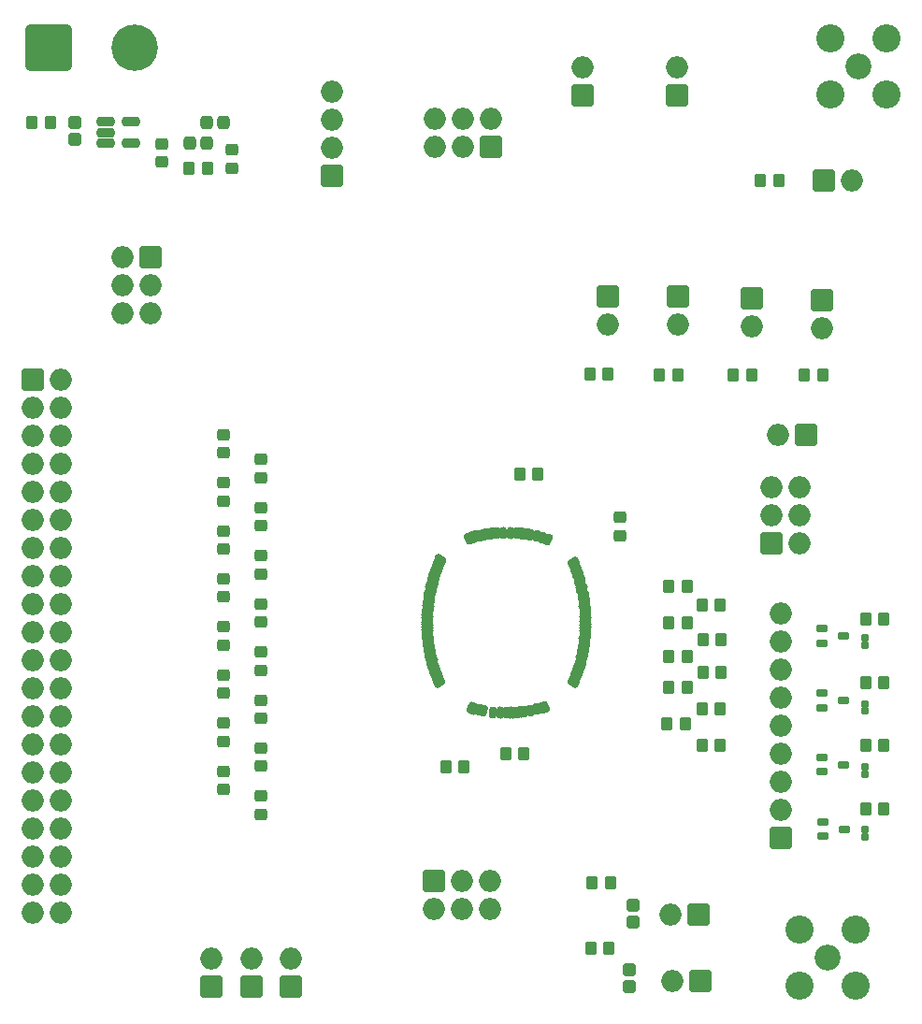
<source format=gbr>
%TF.GenerationSoftware,KiCad,Pcbnew,7.0.6-7.0.6~ubuntu20.04.1*%
%TF.CreationDate,2023-11-11T07:41:59+07:00*%
%TF.ProjectId,qpix,71706978-2e6b-4696-9361-645f70636258,rev?*%
%TF.SameCoordinates,Original*%
%TF.FileFunction,Soldermask,Top*%
%TF.FilePolarity,Negative*%
%FSLAX46Y46*%
G04 Gerber Fmt 4.6, Leading zero omitted, Abs format (unit mm)*
G04 Created by KiCad (PCBNEW 7.0.6-7.0.6~ubuntu20.04.1) date 2023-11-11 07:41:59*
%MOMM*%
%LPD*%
G01*
G04 APERTURE LIST*
G04 Aperture macros list*
%AMRoundRect*
0 Rectangle with rounded corners*
0 $1 Rounding radius*
0 $2 $3 $4 $5 $6 $7 $8 $9 X,Y pos of 4 corners*
0 Add a 4 corners polygon primitive as box body*
4,1,4,$2,$3,$4,$5,$6,$7,$8,$9,$2,$3,0*
0 Add four circle primitives for the rounded corners*
1,1,$1+$1,$2,$3*
1,1,$1+$1,$4,$5*
1,1,$1+$1,$6,$7*
1,1,$1+$1,$8,$9*
0 Add four rect primitives between the rounded corners*
20,1,$1+$1,$2,$3,$4,$5,0*
20,1,$1+$1,$4,$5,$6,$7,0*
20,1,$1+$1,$6,$7,$8,$9,0*
20,1,$1+$1,$8,$9,$2,$3,0*%
G04 Aperture macros list end*
%ADD10RoundRect,0.350000X-0.200000X-0.275000X0.200000X-0.275000X0.200000X0.275000X-0.200000X0.275000X0*%
%ADD11RoundRect,0.350000X0.275000X-0.200000X0.275000X0.200000X-0.275000X0.200000X-0.275000X-0.200000X0*%
%ADD12RoundRect,0.150000X-0.850000X-0.850000X0.850000X-0.850000X0.850000X0.850000X-0.850000X0.850000X0*%
%ADD13O,2.000000X2.000000*%
%ADD14RoundRect,0.150000X0.850000X0.850000X-0.850000X0.850000X-0.850000X-0.850000X0.850000X-0.850000X0*%
%ADD15C,2.350000*%
%ADD16C,2.550000*%
%ADD17RoundRect,0.300000X-0.231199X0.109874X0.163739X-0.196760X0.231199X-0.109874X-0.163739X0.196760X0*%
%ADD18RoundRect,0.300000X-0.234114X0.103517X0.169053X-0.192214X0.234114X-0.103517X-0.169053X0.192214X0*%
%ADD19RoundRect,0.300000X-0.236854X0.097084X0.174240X-0.187525X0.236854X-0.097084X-0.174240X0.187525X0*%
%ADD20RoundRect,0.300000X-0.239417X0.090578X0.179297X-0.182695X0.239417X-0.090578X-0.179297X0.182695X0*%
%ADD21RoundRect,0.300000X-0.241802X0.084005X0.184220X-0.177730X0.241802X-0.084005X-0.184220X0.177730X0*%
%ADD22RoundRect,0.300000X-0.244006X0.077369X0.189006X-0.172631X0.244006X-0.077369X-0.189006X0.172631X0*%
%ADD23RoundRect,0.300000X-0.246029X0.070675X0.193651X-0.167404X0.246029X-0.070675X-0.193651X0.167404X0*%
%ADD24RoundRect,0.300000X-0.247867X0.063928X0.198152X-0.162052X0.247867X-0.063928X-0.198152X0.162052X0*%
%ADD25RoundRect,0.300000X-0.249521X0.057134X0.202504X-0.156579X0.249521X-0.057134X-0.202504X0.156579X0*%
%ADD26RoundRect,0.300000X-0.250988X0.050297X0.206705X-0.150990X0.250988X-0.050297X-0.206705X0.150990X0*%
%ADD27RoundRect,0.300000X-0.252269X0.043422X0.210753X-0.145287X0.252269X-0.043422X-0.210753X0.145287X0*%
%ADD28RoundRect,0.300000X-0.253361X0.036516X0.214642X-0.139476X0.253361X-0.036516X-0.214642X0.139476X0*%
%ADD29RoundRect,0.300000X-0.254264X0.029581X0.218372X-0.133561X0.254264X-0.029581X-0.218372X0.133561X0*%
%ADD30RoundRect,0.300000X-0.254977X0.022625X0.221939X-0.127547X0.254977X-0.022625X-0.221939X0.127547X0*%
%ADD31RoundRect,0.300000X-0.255500X0.015652X0.225340X-0.121437X0.255500X-0.015652X-0.225340X0.121437X0*%
%ADD32RoundRect,0.300000X-0.255832X0.008667X0.228573X-0.115236X0.255832X-0.008667X-0.228573X0.115236X0*%
%ADD33RoundRect,0.300000X-0.255973X0.001676X0.231635X-0.108950X0.255973X-0.001676X-0.231635X0.108950X0*%
%ADD34RoundRect,0.300000X-0.255923X-0.005316X0.234525X-0.102582X0.255923X0.005316X-0.234525X0.102582X0*%
%ADD35RoundRect,0.300000X-0.255683X-0.012305X0.237239X-0.096138X0.255683X0.012305X-0.237239X0.096138X0*%
%ADD36RoundRect,0.300000X-0.255251X-0.019284X0.239777X-0.089622X0.255251X0.019284X-0.239777X0.089622X0*%
%ADD37RoundRect,0.300000X-0.254629X-0.026249X0.242135X-0.083039X0.254629X0.026249X-0.242135X0.083039X0*%
%ADD38RoundRect,0.300000X-0.253817X-0.033194X0.244313X-0.076394X0.253817X0.033194X-0.244313X0.076394X0*%
%ADD39RoundRect,0.300000X-0.252816X-0.040115X0.246309X-0.069692X0.252816X0.040115X-0.246309X0.069692X0*%
%ADD40RoundRect,0.300000X-0.251626X-0.047006X0.248120X-0.062939X0.251626X0.047006X-0.248120X0.062939X0*%
%ADD41RoundRect,0.300000X-0.250248X-0.053861X0.249747X-0.056138X0.250248X0.053861X-0.249747X0.056138X0*%
%ADD42RoundRect,0.300000X-0.248683X-0.060677X0.251187X-0.049295X0.248683X0.060677X-0.251187X0.049295X0*%
%ADD43RoundRect,0.300000X-0.246933X-0.067447X0.252440X-0.042415X0.246933X0.067447X-0.252440X0.042415X0*%
%ADD44RoundRect,0.300000X-0.244999X-0.074166X0.253504X-0.035504X0.244999X0.074166X-0.253504X0.035504X0*%
%ADD45RoundRect,0.300000X-0.242881X-0.080831X0.254380X-0.028567X0.242881X0.080831X-0.254380X0.028567X0*%
%ADD46RoundRect,0.300000X-0.240583X-0.087435X0.255065X-0.021608X0.240583X0.087435X-0.255065X0.021608X0*%
%ADD47RoundRect,0.300000X-0.238105X-0.093974X0.255560X-0.014632X0.238105X0.093974X-0.255560X0.014632X0*%
%ADD48RoundRect,0.300000X-0.235449X-0.100442X0.255864X-0.007646X0.235449X0.100442X-0.255864X0.007646X0*%
%ADD49RoundRect,0.300000X-0.232618X-0.106836X0.255978X-0.000655X0.232618X0.106836X-0.255978X0.000655X0*%
%ADD50RoundRect,0.300000X-0.229613X-0.113150X0.255900X0.006337X0.229613X0.113150X-0.255900X-0.006337X0*%
%ADD51RoundRect,0.300000X-0.226436X-0.119380X0.255631X0.013325X0.226436X0.119380X-0.255631X-0.013325X0*%
%ADD52RoundRect,0.300000X-0.223091X-0.125520X0.255172X0.020303X0.223091X0.125520X-0.255172X-0.020303X0*%
%ADD53RoundRect,0.300000X-0.219579X-0.131567X0.254522X0.027265X0.219579X0.131567X-0.254522X-0.027265X0*%
%ADD54RoundRect,0.300000X-0.215904X-0.137516X0.253683X0.034207X0.215904X0.137516X-0.253683X-0.034207X0*%
%ADD55RoundRect,0.300000X-0.212067X-0.143362X0.252654X0.041124X0.212067X0.143362X-0.252654X-0.041124X0*%
%ADD56RoundRect,0.300000X-0.208072X-0.149101X0.251436X0.048009X0.208072X0.149101X-0.251436X-0.048009X0*%
%ADD57RoundRect,0.300000X-0.203921X-0.154729X0.250031X0.054859X0.203921X0.154729X-0.250031X-0.054859X0*%
%ADD58RoundRect,0.300000X-0.199619X-0.160241X0.248439X0.061668X0.199619X0.160241X-0.248439X-0.061668X0*%
%ADD59RoundRect,0.300000X-0.195168X-0.165634X0.246662X0.068431X0.195168X0.165634X-0.246662X-0.068431X0*%
%ADD60RoundRect,0.300000X-0.190570X-0.170903X0.244701X0.075143X0.190570X0.170903X-0.244701X-0.075143X0*%
%ADD61RoundRect,0.300000X-0.185831X-0.176045X0.242557X0.081799X0.185831X0.176045X-0.242557X-0.081799X0*%
%ADD62RoundRect,0.300000X-0.180953X-0.181055X0.240232X0.088394X0.180953X0.181055X-0.240232X-0.088394X0*%
%ADD63RoundRect,0.300000X-0.175940X-0.185930X0.237728X0.094923X0.175940X0.185930X-0.237728X-0.094923X0*%
%ADD64RoundRect,0.300000X-0.170796X-0.190667X0.235046X0.101381X0.170796X0.190667X-0.235046X-0.101381X0*%
%ADD65RoundRect,0.300000X-0.045271X-0.251944X0.146828X0.209682X0.045271X0.251944X-0.146828X-0.209682X0*%
%ADD66RoundRect,0.300000X-0.036931X-0.253300X0.139828X0.214414X0.036931X0.253300X-0.139828X-0.214414X0*%
%ADD67RoundRect,0.300000X-0.019504X-0.255234X0.124822X0.223483X0.019504X0.255234X-0.124822X-0.223483X0*%
%ADD68RoundRect,0.300000X-0.010461X-0.255765X0.116836X0.227759X0.010461X0.255765X-0.116836X-0.227759X0*%
%ADD69RoundRect,0.300000X0.017651X-0.255369X0.091154X0.239199X-0.017651X0.255369X-0.091154X-0.239199X0*%
%ADD70RoundRect,0.300000X0.036857X-0.253311X0.072857X0.245391X-0.036857X0.253311X-0.072857X-0.245391X0*%
%ADD71RoundRect,0.300000X-0.056061X0.249764X-0.053938X-0.250231X0.056061X-0.249764X0.053938X0.250231X0*%
%ADD72RoundRect,0.300000X-0.065557X0.247442X-0.044344X-0.252108X0.065557X-0.247442X0.044344X0.252108X0*%
%ADD73RoundRect,0.300000X-0.074926X0.244767X-0.034717X-0.253613X0.074926X-0.244767X0.034717X0.253613X0*%
%ADD74RoundRect,0.300000X-0.084131X0.241758X-0.025099X-0.254745X0.084131X-0.241758X0.025099X0.254745X0*%
%ADD75RoundRect,0.300000X-0.093136X0.238434X-0.015531X-0.255507X0.093136X-0.238434X0.015531X0.255507X0*%
%ADD76RoundRect,0.300000X-0.101906X0.234819X-0.006053X-0.255907X0.101906X-0.234819X0.006053X0.255907X0*%
%ADD77RoundRect,0.300000X-0.118638X0.226826X0.012488X-0.255674X0.118638X-0.226826X-0.012488X0.255674X0*%
%ADD78RoundRect,0.300000X-0.134149X0.218011X0.030267X-0.254183X0.134149X-0.218011X-0.030267X0.254183X0*%
%ADD79RoundRect,0.300000X-0.148338X0.208617X0.047088X-0.251610X0.148338X-0.208617X-0.047088X0.251610X0*%
%ADD80RoundRect,0.300000X-0.154922X0.203775X0.055096X-0.249979X0.154922X-0.203775X-0.055096X0.249979X0*%
%ADD81RoundRect,0.300000X-0.235046X0.101381X0.170796X-0.190667X0.235046X-0.101381X-0.170796X0.190667X0*%
%ADD82RoundRect,0.300000X-0.237728X0.094923X0.175940X-0.185930X0.237728X-0.094923X-0.175940X0.185930X0*%
%ADD83RoundRect,0.300000X-0.242557X0.081799X0.185831X-0.176045X0.242557X-0.081799X-0.185831X0.176045X0*%
%ADD84RoundRect,0.300000X-0.244701X0.075143X0.190570X-0.170903X0.244701X-0.075143X-0.190570X0.170903X0*%
%ADD85RoundRect,0.300000X-0.246662X0.068431X0.195168X-0.165634X0.246662X-0.068431X-0.195168X0.165634X0*%
%ADD86RoundRect,0.300000X-0.248439X0.061668X0.199619X-0.160241X0.248439X-0.061668X-0.199619X0.160241X0*%
%ADD87RoundRect,0.300000X-0.250031X0.054859X0.203921X-0.154729X0.250031X-0.054859X-0.203921X0.154729X0*%
%ADD88RoundRect,0.300000X-0.251436X0.048009X0.208072X-0.149101X0.251436X-0.048009X-0.208072X0.149101X0*%
%ADD89RoundRect,0.300000X-0.253683X0.034207X0.215904X-0.137516X0.253683X-0.034207X-0.215904X0.137516X0*%
%ADD90RoundRect,0.300000X-0.254522X0.027265X0.219579X-0.131567X0.254522X-0.027265X-0.219579X0.131567X0*%
%ADD91RoundRect,0.300000X-0.255172X0.020303X0.223091X-0.125520X0.255172X-0.020303X-0.223091X0.125520X0*%
%ADD92RoundRect,0.300000X-0.255631X0.013325X0.226436X-0.119380X0.255631X-0.013325X-0.226436X0.119380X0*%
%ADD93RoundRect,0.300000X-0.255900X0.006337X0.229613X-0.113150X0.255900X-0.006337X-0.229613X0.113150X0*%
%ADD94RoundRect,0.300000X-0.255978X-0.000655X0.232618X-0.106836X0.255978X0.000655X-0.232618X0.106836X0*%
%ADD95RoundRect,0.300000X-0.255864X-0.007646X0.235449X-0.100442X0.255864X0.007646X-0.235449X0.100442X0*%
%ADD96RoundRect,0.300000X-0.255560X-0.014632X0.238105X-0.093974X0.255560X0.014632X-0.238105X0.093974X0*%
%ADD97RoundRect,0.300000X-0.255065X-0.021608X0.240583X-0.087435X0.255065X0.021608X-0.240583X0.087435X0*%
%ADD98RoundRect,0.300000X-0.254380X-0.028567X0.242881X-0.080831X0.254380X0.028567X-0.242881X0.080831X0*%
%ADD99RoundRect,0.300000X-0.253504X-0.035504X0.244999X-0.074166X0.253504X0.035504X-0.244999X0.074166X0*%
%ADD100RoundRect,0.300000X-0.252440X-0.042415X0.246933X-0.067447X0.252440X0.042415X-0.246933X0.067447X0*%
%ADD101RoundRect,0.300000X-0.251187X-0.049295X0.248683X-0.060677X0.251187X0.049295X-0.248683X0.060677X0*%
%ADD102RoundRect,0.300000X-0.249747X-0.056138X0.250248X-0.053861X0.249747X0.056138X-0.250248X0.053861X0*%
%ADD103RoundRect,0.300000X-0.248120X-0.062939X0.251626X-0.047006X0.248120X0.062939X-0.251626X0.047006X0*%
%ADD104RoundRect,0.300000X-0.246309X-0.069692X0.252816X-0.040115X0.246309X0.069692X-0.252816X0.040115X0*%
%ADD105RoundRect,0.300000X-0.244313X-0.076394X0.253817X-0.033194X0.244313X0.076394X-0.253817X0.033194X0*%
%ADD106RoundRect,0.300000X-0.242135X-0.083039X0.254629X-0.026249X0.242135X0.083039X-0.254629X0.026249X0*%
%ADD107RoundRect,0.300000X-0.239777X-0.089622X0.255251X-0.019284X0.239777X0.089622X-0.255251X0.019284X0*%
%ADD108RoundRect,0.300000X-0.237239X-0.096138X0.255683X-0.012305X0.237239X0.096138X-0.255683X0.012305X0*%
%ADD109RoundRect,0.300000X-0.234525X-0.102582X0.255923X-0.005316X0.234525X0.102582X-0.255923X0.005316X0*%
%ADD110RoundRect,0.300000X-0.231635X-0.108950X0.255973X0.001676X0.231635X0.108950X-0.255973X-0.001676X0*%
%ADD111RoundRect,0.300000X-0.228573X-0.115236X0.255832X0.008667X0.228573X0.115236X-0.255832X-0.008667X0*%
%ADD112RoundRect,0.300000X-0.225340X-0.121437X0.255500X0.015652X0.225340X0.121437X-0.255500X-0.015652X0*%
%ADD113RoundRect,0.300000X-0.218372X-0.133561X0.254264X0.029581X0.218372X0.133561X-0.254264X-0.029581X0*%
%ADD114RoundRect,0.300000X-0.214642X-0.139476X0.253361X0.036516X0.214642X0.139476X-0.253361X-0.036516X0*%
%ADD115RoundRect,0.300000X-0.206705X-0.150990X0.250988X0.050297X0.206705X0.150990X-0.250988X-0.050297X0*%
%ADD116RoundRect,0.300000X-0.202504X-0.156579X0.249521X0.057134X0.202504X0.156579X-0.249521X-0.057134X0*%
%ADD117RoundRect,0.300000X-0.193651X-0.167404X0.246029X0.070675X0.193651X0.167404X-0.246029X-0.070675X0*%
%ADD118RoundRect,0.300000X-0.184220X-0.177730X0.241802X0.084005X0.184220X0.177730X-0.241802X-0.084005X0*%
%ADD119RoundRect,0.300000X-0.174240X-0.187525X0.236854X0.097084X0.174240X0.187525X-0.236854X-0.097084X0*%
%ADD120RoundRect,0.300000X-0.169053X-0.192214X0.234114X0.103517X0.169053X0.192214X-0.234114X-0.103517X0*%
%ADD121RoundRect,0.300000X-0.062821X-0.248150X0.161166X0.198873X0.062821X0.248150X-0.161166X-0.198873X0*%
%ADD122RoundRect,0.300000X-0.047088X-0.251610X0.148338X0.208617X0.047088X0.251610X-0.148338X-0.208617X0*%
%ADD123RoundRect,0.300000X-0.030267X-0.254183X0.134149X0.218011X0.030267X0.254183X-0.134149X-0.218011X0*%
%ADD124RoundRect,0.300000X-0.012488X-0.255674X0.118638X0.226826X0.012488X0.255674X-0.118638X-0.226826X0*%
%ADD125RoundRect,0.300000X-0.003298X-0.255957X0.110415X0.230940X0.003298X0.255957X-0.110415X-0.230940X0*%
%ADD126RoundRect,0.300000X0.006053X-0.255907X0.101906X0.234819X-0.006053X0.255907X-0.101906X-0.234819X0*%
%ADD127RoundRect,0.300000X0.015531X-0.255507X0.093136X0.238434X-0.015531X0.255507X-0.093136X-0.238434X0*%
%ADD128RoundRect,0.300000X0.025099X-0.254745X0.084131X0.241758X-0.025099X0.254745X-0.084131X-0.241758X0*%
%ADD129RoundRect,0.300000X0.044344X-0.252108X0.065557X0.247442X-0.044344X0.252108X-0.065557X-0.247442X0*%
%ADD130RoundRect,0.300000X-0.063456X0.247989X-0.046481X-0.251723X0.063456X-0.247989X0.046481X0.251723X0*%
%ADD131RoundRect,0.300000X-0.082102X0.242455X-0.027234X-0.254526X0.082102X-0.242455X0.027234X0.254526X0*%
%ADD132RoundRect,0.300000X-0.091154X0.239199X-0.017651X-0.255369X0.091154X-0.239199X0.017651X0.255369X0*%
%ADD133RoundRect,0.300000X-0.099979X0.235646X-0.008150X-0.255849X0.099979X-0.235646X0.008150X0.255849X0*%
%ADD134RoundRect,0.300000X-0.108548X0.231824X0.001232X-0.255976X0.108548X-0.231824X-0.001232X0.255976X0*%
%ADD135RoundRect,0.300000X-0.116836X0.227759X0.010461X-0.255765X0.116836X-0.227759X-0.010461X0.255765X0*%
%ADD136RoundRect,0.300000X-0.124822X0.223483X0.019504X-0.255234X0.124822X-0.223483X-0.019504X0.255234X0*%
%ADD137RoundRect,0.300000X-0.132490X0.219024X0.028335X-0.254405X0.132490X-0.219024X-0.028335X0.254405X0*%
%ADD138RoundRect,0.300000X-0.139828X0.214414X0.036931X-0.253300X0.139828X-0.214414X-0.036931X0.253300X0*%
%ADD139RoundRect,0.300000X-0.146828X0.209682X0.045271X-0.251944X0.146828X-0.209682X-0.045271X0.251944X0*%
%ADD140RoundRect,0.300000X-0.153488X0.204857X0.053341X-0.250359X0.153488X-0.204857X-0.053341X0.250359X0*%
%ADD141RoundRect,0.375000X0.225000X0.250000X-0.225000X0.250000X-0.225000X-0.250000X0.225000X-0.250000X0*%
%ADD142RoundRect,0.350000X0.200000X0.275000X-0.200000X0.275000X-0.200000X-0.275000X0.200000X-0.275000X0*%
%ADD143RoundRect,0.375000X0.250000X-0.225000X0.250000X0.225000X-0.250000X0.225000X-0.250000X-0.225000X0*%
%ADD144RoundRect,0.150000X-0.350000X0.225000X-0.350000X-0.225000X0.350000X-0.225000X0.350000X0.225000X0*%
%ADD145RoundRect,0.375000X-0.250000X0.225000X-0.250000X-0.225000X0.250000X-0.225000X0.250000X0.225000X0*%
%ADD146RoundRect,0.150000X-0.850000X0.850000X-0.850000X-0.850000X0.850000X-0.850000X0.850000X0.850000X0*%
%ADD147RoundRect,0.150000X0.850000X-0.850000X0.850000X0.850000X-0.850000X0.850000X-0.850000X-0.850000X0*%
%ADD148RoundRect,0.250000X0.100000X-0.130000X0.100000X0.130000X-0.100000X0.130000X-0.100000X-0.130000X0*%
%ADD149RoundRect,0.300000X-0.512500X-0.150000X0.512500X-0.150000X0.512500X0.150000X-0.512500X0.150000X0*%
%ADD150RoundRect,0.400002X-1.699998X-1.699998X1.699998X-1.699998X1.699998X1.699998X-1.699998X1.699998X0*%
%ADD151C,4.200000*%
%ADD152RoundRect,0.350000X-0.275000X0.200000X-0.275000X-0.200000X0.275000X-0.200000X0.275000X0.200000X0*%
G04 APERTURE END LIST*
D10*
%TO.C,R44*%
X158420000Y-104042000D03*
X160070000Y-104042000D03*
%TD*%
%TO.C,R14*%
X148455000Y-129260000D03*
X150105000Y-129260000D03*
%TD*%
D11*
%TO.C,R26*%
X118445000Y-114324997D03*
X118445000Y-112674997D03*
%TD*%
D12*
%TO.C,JP3*%
X149895835Y-76150000D03*
D13*
X149895835Y-78690000D03*
%TD*%
D12*
%TO.C,JP5*%
X162895835Y-76350000D03*
D13*
X162895835Y-78890000D03*
%TD*%
D14*
%TO.C,J2*%
X165520000Y-125120000D03*
D13*
X165520000Y-122580000D03*
X165520000Y-120040000D03*
X165520000Y-117500000D03*
X165520000Y-114960000D03*
X165520000Y-112420000D03*
X165520000Y-109880000D03*
X165520000Y-107340000D03*
X165520000Y-104800000D03*
%TD*%
D15*
%TO.C,J9*%
X169815000Y-135985000D03*
D16*
X172355000Y-138525000D03*
X172355000Y-133445000D03*
X167275000Y-138525000D03*
X167275000Y-133445000D03*
%TD*%
D17*
%TO.C,U1*%
X134755232Y-99952694D03*
D18*
X134659784Y-100169158D03*
D19*
X134567826Y-100388182D03*
D20*
X134479427Y-100609669D03*
D21*
X134394652Y-100833522D03*
D22*
X134313565Y-101059641D03*
D23*
X134236226Y-101287924D03*
D24*
X134162693Y-101518268D03*
D25*
X134093021Y-101750567D03*
D26*
X134027262Y-101984717D03*
D27*
X133965465Y-102220610D03*
D28*
X133907676Y-102458135D03*
D29*
X133853939Y-102697185D03*
D30*
X133804292Y-102937646D03*
D31*
X133758774Y-103179408D03*
D32*
X133717419Y-103422356D03*
D33*
X133680256Y-103666377D03*
D34*
X133647314Y-103911355D03*
D35*
X133618618Y-104157175D03*
D36*
X133594189Y-104403721D03*
D37*
X133574045Y-104650876D03*
D38*
X133558201Y-104898522D03*
D39*
X133546669Y-105146543D03*
D40*
X133539457Y-105394819D03*
D41*
X133536572Y-105643234D03*
D42*
X133538015Y-105891668D03*
D43*
X133543785Y-106140003D03*
D44*
X133553877Y-106388122D03*
D45*
X133568285Y-106635906D03*
D46*
X133586997Y-106883238D03*
D47*
X133610000Y-107130000D03*
D48*
X133637276Y-107376075D03*
D49*
X133668805Y-107621347D03*
D50*
X133704564Y-107865699D03*
D51*
X133744525Y-108109018D03*
D52*
X133788659Y-108351187D03*
D53*
X133836933Y-108592095D03*
D54*
X133889312Y-108831627D03*
D55*
X133945755Y-109069673D03*
D56*
X134006221Y-109306122D03*
D57*
X134070664Y-109540865D03*
D58*
X134139038Y-109773793D03*
D59*
X134211289Y-110004801D03*
D60*
X134287366Y-110233782D03*
D61*
X134367210Y-110460634D03*
D62*
X134450762Y-110685253D03*
D63*
X134537961Y-110907540D03*
D64*
X134628740Y-111127396D03*
D65*
X137498165Y-113394496D03*
D66*
X137766117Y-113465125D03*
D67*
X138322324Y-113592757D03*
D68*
X138609865Y-113648519D03*
D69*
X139503881Y-113776628D03*
D70*
X140118915Y-113824588D03*
D71*
X140741140Y-113839589D03*
D72*
X141052575Y-113834419D03*
D73*
X141362937Y-113820856D03*
D74*
X141671286Y-113799075D03*
D75*
X141976722Y-113769355D03*
D76*
X142278408Y-113732065D03*
D77*
X142867565Y-113636640D03*
D78*
X143433736Y-113517095D03*
D79*
X143973448Y-113378274D03*
D80*
X144232717Y-113303186D03*
D81*
X146784284Y-111127396D03*
D82*
X146875063Y-110907540D03*
D83*
X147045814Y-110460634D03*
D84*
X147125658Y-110233782D03*
D85*
X147201735Y-110004801D03*
D86*
X147273986Y-109773793D03*
D87*
X147342360Y-109540865D03*
D88*
X147406803Y-109306122D03*
D89*
X147523712Y-108831627D03*
D90*
X147576091Y-108592095D03*
D91*
X147624365Y-108351187D03*
D92*
X147668499Y-108109018D03*
D93*
X147708460Y-107865699D03*
D94*
X147744219Y-107621347D03*
D95*
X147775748Y-107376075D03*
D96*
X147803024Y-107130000D03*
D97*
X147826027Y-106883238D03*
D98*
X147844739Y-106635906D03*
D99*
X147859147Y-106388122D03*
D100*
X147869239Y-106140003D03*
D101*
X147875009Y-105891668D03*
D102*
X147876452Y-105643234D03*
D103*
X147873567Y-105394819D03*
D104*
X147866355Y-105146543D03*
D105*
X147854823Y-104898522D03*
D106*
X147838979Y-104650876D03*
D107*
X147818835Y-104403721D03*
D108*
X147794406Y-104157175D03*
D109*
X147765710Y-103911355D03*
D110*
X147732768Y-103666377D03*
D111*
X147695605Y-103422356D03*
D112*
X147654250Y-103179408D03*
D113*
X147559085Y-102697185D03*
D114*
X147505348Y-102458135D03*
D115*
X147385762Y-101984717D03*
D116*
X147320003Y-101750567D03*
D117*
X147176798Y-101287924D03*
D118*
X147018372Y-100833522D03*
D119*
X146845198Y-100388182D03*
D120*
X146753240Y-100169158D03*
D121*
X144484754Y-98144167D03*
D122*
X143973448Y-97991008D03*
D123*
X143433736Y-97852187D03*
D124*
X142867565Y-97732642D03*
D125*
X142575581Y-97681627D03*
D126*
X142278408Y-97637217D03*
D127*
X141976722Y-97599927D03*
D128*
X141671286Y-97570207D03*
D129*
X141052575Y-97534863D03*
D130*
X140429598Y-97532985D03*
D131*
X139810040Y-97564669D03*
D132*
X139503881Y-97592654D03*
D133*
X139201293Y-97628298D03*
D134*
X138903055Y-97671169D03*
D135*
X138609865Y-97720763D03*
D136*
X138322324Y-97776525D03*
D137*
X138040939Y-97837862D03*
D138*
X137766117Y-97904157D03*
D139*
X137498165Y-97974786D03*
D140*
X137237300Y-98049132D03*
%TD*%
D10*
%TO.C,R43*%
X155418000Y-105693000D03*
X157068000Y-105693000D03*
%TD*%
D11*
%TO.C,R16*%
X118445000Y-92557142D03*
X118445000Y-90907142D03*
%TD*%
D141*
%TO.C,C3*%
X115125000Y-60350000D03*
X113575000Y-60350000D03*
%TD*%
D14*
%TO.C,JP9*%
X117590000Y-138605000D03*
D13*
X117590000Y-136065000D03*
%TD*%
D142*
%TO.C,R33*%
X142275000Y-117500000D03*
X140625000Y-117500000D03*
%TD*%
D10*
%TO.C,R45*%
X155418000Y-102423892D03*
X157068000Y-102423892D03*
%TD*%
D143*
%TO.C,C23*%
X152160000Y-132785000D03*
X152160000Y-131235000D03*
%TD*%
D144*
%TO.C,Q4*%
X169261833Y-106220000D03*
X169261833Y-107520000D03*
X171261833Y-106870000D03*
%TD*%
D10*
%TO.C,R8*%
X111997500Y-64500000D03*
X113647500Y-64500000D03*
%TD*%
%TO.C,R1*%
X148241835Y-83175000D03*
X149891835Y-83175000D03*
%TD*%
D12*
%TO.C,JP6*%
X169260835Y-76480000D03*
D13*
X169260835Y-79020000D03*
%TD*%
D11*
%TO.C,R20*%
X118445000Y-101264284D03*
X118445000Y-99614284D03*
%TD*%
%TO.C,R21*%
X115070000Y-103357142D03*
X115070000Y-101707142D03*
%TD*%
D10*
%TO.C,R39*%
X155418000Y-111535000D03*
X157068000Y-111535000D03*
%TD*%
%TO.C,R31*%
X135205000Y-118710000D03*
X136855000Y-118710000D03*
%TD*%
D145*
%TO.C,C1*%
X101602500Y-60390000D03*
X101602500Y-61940000D03*
%TD*%
D146*
%TO.C,JP12*%
X158130000Y-132070000D03*
D13*
X155590000Y-132070000D03*
%TD*%
D11*
%TO.C,R23*%
X115070000Y-107714284D03*
X115070000Y-106064284D03*
%TD*%
D10*
%TO.C,R4*%
X167675835Y-83225000D03*
X169325835Y-83225000D03*
%TD*%
D11*
%TO.C,R24*%
X118445000Y-109971426D03*
X118445000Y-108321426D03*
%TD*%
D147*
%TO.C,J4*%
X134175000Y-129095000D03*
D13*
X134175000Y-131635000D03*
X136715000Y-129095000D03*
X136715000Y-131635000D03*
X139255000Y-129095000D03*
X139255000Y-131635000D03*
%TD*%
D15*
%TO.C,J7*%
X172540000Y-55280000D03*
D16*
X170000000Y-52740000D03*
X170000000Y-57820000D03*
X175080000Y-52740000D03*
X175080000Y-57820000D03*
%TD*%
D14*
%TO.C,J5*%
X124930000Y-65200000D03*
D13*
X124930000Y-62660000D03*
X124930000Y-60120000D03*
X124930000Y-57580000D03*
%TD*%
D11*
%TO.C,R7*%
X109542500Y-63965000D03*
X109542500Y-62315000D03*
%TD*%
D10*
%TO.C,R36*%
X158420000Y-116742000D03*
X160070000Y-116742000D03*
%TD*%
D11*
%TO.C,R30*%
X118445000Y-123032142D03*
X118445000Y-121382142D03*
%TD*%
D146*
%TO.C,JP2*%
X158280000Y-138090000D03*
D13*
X155740000Y-138090000D03*
%TD*%
D148*
%TO.C,D1*%
X173201833Y-125045000D03*
X173201833Y-124405000D03*
%TD*%
D146*
%TO.C,J3*%
X139315000Y-62585000D03*
D13*
X139315000Y-60045000D03*
X136775000Y-62585000D03*
X136775000Y-60045000D03*
X134235000Y-62585000D03*
X134235000Y-60045000D03*
%TD*%
D148*
%TO.C,D3*%
X173201833Y-113660000D03*
X173201833Y-113020000D03*
%TD*%
D146*
%TO.C,JP7*%
X167856750Y-88680000D03*
D13*
X165316750Y-88680000D03*
%TD*%
D11*
%TO.C,R28*%
X118445000Y-118678568D03*
X118445000Y-117028568D03*
%TD*%
D14*
%TO.C,J13*%
X147600000Y-57920000D03*
D13*
X147600000Y-55380000D03*
%TD*%
D11*
%TO.C,R17*%
X115070000Y-94642858D03*
X115070000Y-92992858D03*
%TD*%
D142*
%TO.C,R13*%
X165375000Y-65670000D03*
X163725000Y-65670000D03*
%TD*%
D14*
%TO.C,JP10*%
X113950000Y-138604000D03*
D13*
X113950000Y-136064000D03*
%TD*%
D142*
%TO.C,R32*%
X143580000Y-92190000D03*
X141930000Y-92190000D03*
%TD*%
D144*
%TO.C,Q2*%
X169261833Y-117887332D03*
X169261833Y-119187332D03*
X171261833Y-118537332D03*
%TD*%
D10*
%TO.C,R40*%
X158484000Y-110138000D03*
X160134000Y-110138000D03*
%TD*%
D14*
%TO.C,J10*%
X156120000Y-57920000D03*
D13*
X156120000Y-55380000D03*
%TD*%
D142*
%TO.C,R68*%
X174906833Y-105330000D03*
X173256833Y-105330000D03*
%TD*%
D10*
%TO.C,R42*%
X158484000Y-107217000D03*
X160134000Y-107217000D03*
%TD*%
D11*
%TO.C,R25*%
X115070000Y-112071426D03*
X115070000Y-110421426D03*
%TD*%
D149*
%TO.C,U2*%
X104425000Y-60340000D03*
X104425000Y-61290000D03*
X104425000Y-62240000D03*
X106700000Y-62240000D03*
X106700000Y-60340000D03*
%TD*%
D11*
%TO.C,R22*%
X118445000Y-105617855D03*
X118445000Y-103967855D03*
%TD*%
D12*
%TO.C,J1*%
X97845000Y-83680000D03*
D13*
X100385000Y-83680000D03*
X97845000Y-86220000D03*
X100385000Y-86220000D03*
X97845000Y-88760000D03*
X100385000Y-88760000D03*
X97845000Y-91300000D03*
X100385000Y-91300000D03*
X97845000Y-93840000D03*
X100385000Y-93840000D03*
X97845000Y-96380000D03*
X100385000Y-96380000D03*
X97845000Y-98920000D03*
X100385000Y-98920000D03*
X97845000Y-101460000D03*
X100385000Y-101460000D03*
X97845000Y-104000000D03*
X100385000Y-104000000D03*
X97845000Y-106540000D03*
X100385000Y-106540000D03*
X97845000Y-109080000D03*
X100385000Y-109080000D03*
X97845000Y-111620000D03*
X100385000Y-111620000D03*
X97845000Y-114160000D03*
X100385000Y-114160000D03*
X97845000Y-116700000D03*
X100385000Y-116700000D03*
X97845000Y-119240000D03*
X100385000Y-119240000D03*
X97845000Y-121780000D03*
X100385000Y-121780000D03*
X97845000Y-124320000D03*
X100385000Y-124320000D03*
X97845000Y-126860000D03*
X100385000Y-126860000D03*
X97845000Y-129400000D03*
X100385000Y-129400000D03*
X97845000Y-131940000D03*
X100385000Y-131940000D03*
%TD*%
D14*
%TO.C,J8*%
X164735000Y-98515000D03*
D13*
X167275000Y-98515000D03*
X164735000Y-95975000D03*
X167275000Y-95975000D03*
X164735000Y-93435000D03*
X167275000Y-93435000D03*
%TD*%
D12*
%TO.C,JP4*%
X156230000Y-76150000D03*
D13*
X156230000Y-78690000D03*
%TD*%
D143*
%TO.C,C22*%
X151860000Y-138650000D03*
X151860000Y-137100000D03*
%TD*%
D141*
%TO.C,C2*%
X113585000Y-62220000D03*
X112035000Y-62220000D03*
%TD*%
D11*
%TO.C,R29*%
X115070000Y-120785716D03*
X115070000Y-119135716D03*
%TD*%
D148*
%TO.C,D4*%
X173201833Y-107687500D03*
X173201833Y-107047500D03*
%TD*%
D11*
%TO.C,R15*%
X115070000Y-90285716D03*
X115070000Y-88635716D03*
%TD*%
D142*
%TO.C,R65*%
X174906833Y-122540000D03*
X173256833Y-122540000D03*
%TD*%
D150*
%TO.C,J11*%
X99260000Y-53620000D03*
D151*
X107060000Y-53620000D03*
%TD*%
D10*
%TO.C,R37*%
X155245000Y-114837000D03*
X156895000Y-114837000D03*
%TD*%
D144*
%TO.C,Q3*%
X169261833Y-112053666D03*
X169261833Y-113353666D03*
X171261833Y-112703666D03*
%TD*%
D148*
%TO.C,D2*%
X173201833Y-119407500D03*
X173201833Y-118767500D03*
%TD*%
D12*
%TO.C,J6*%
X108485000Y-72565000D03*
D13*
X105945000Y-72565000D03*
X108485000Y-75105000D03*
X105945000Y-75105000D03*
X108485000Y-77645000D03*
X105945000Y-77645000D03*
%TD*%
D10*
%TO.C,R2*%
X154588335Y-83235000D03*
X156238335Y-83235000D03*
%TD*%
D14*
%TO.C,JP8*%
X121220000Y-138615000D03*
D13*
X121220000Y-136075000D03*
%TD*%
D142*
%TO.C,FB1*%
X99417500Y-60380000D03*
X97767500Y-60380000D03*
%TD*%
D10*
%TO.C,R10*%
X148365000Y-135130000D03*
X150015000Y-135130000D03*
%TD*%
D11*
%TO.C,R9*%
X115820000Y-64505000D03*
X115820000Y-62855000D03*
%TD*%
D144*
%TO.C,Q1*%
X169341833Y-123720999D03*
X169341833Y-125020999D03*
X171341833Y-124370999D03*
%TD*%
D11*
%TO.C,R19*%
X115070000Y-99000000D03*
X115070000Y-97350000D03*
%TD*%
%TO.C,R18*%
X118445000Y-96910713D03*
X118445000Y-95260713D03*
%TD*%
D10*
%TO.C,R41*%
X155418000Y-108741000D03*
X157068000Y-108741000D03*
%TD*%
D147*
%TO.C,JP1*%
X169425000Y-65680000D03*
D13*
X171965000Y-65680000D03*
%TD*%
D142*
%TO.C,R66*%
X174906833Y-116803332D03*
X173256833Y-116803332D03*
%TD*%
D11*
%TO.C,R27*%
X115070000Y-116428568D03*
X115070000Y-114778568D03*
%TD*%
D142*
%TO.C,R67*%
X174906833Y-111066666D03*
X173256833Y-111066666D03*
%TD*%
D10*
%TO.C,R3*%
X161250835Y-83285000D03*
X162900835Y-83285000D03*
%TD*%
%TO.C,R38*%
X158420000Y-113440000D03*
X160070000Y-113440000D03*
%TD*%
D152*
%TO.C,R35*%
X151020000Y-96125000D03*
X151020000Y-97775000D03*
%TD*%
M02*

</source>
